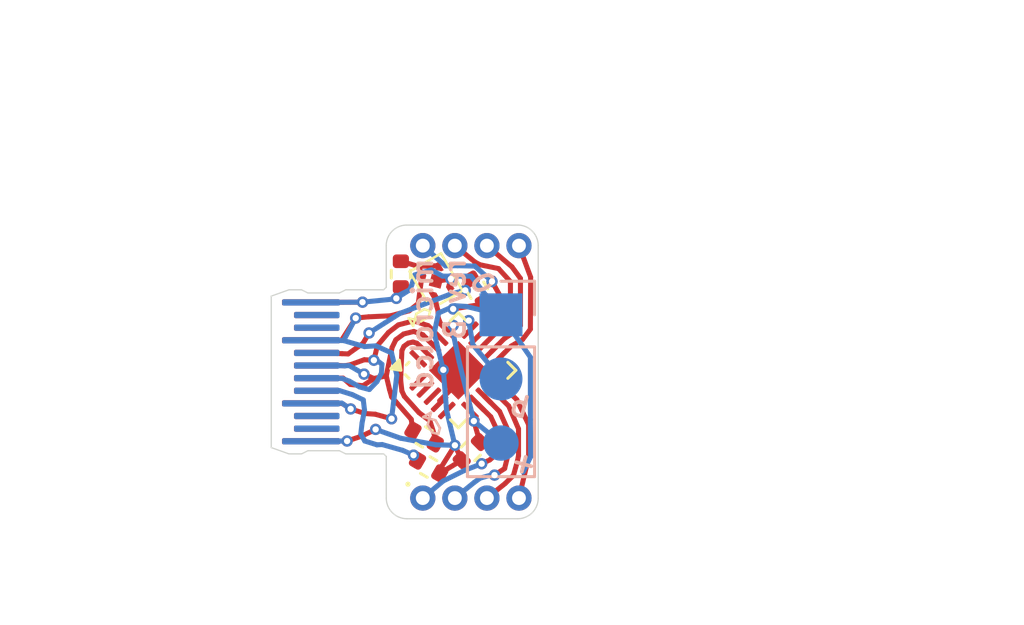
<source format=kicad_pcb>
(kicad_pcb (version 20240108) (generator "pcbnew") (generator_version "8.0")
  (layers (0 "F.Cu" mixed) (31 "B.Cu" mixed) (34 "B.Paste" user) (35 "F.Paste" user) (36 "B.SilkS" user "B.Silkscreen") (37 "F.SilkS" user "F.Silkscreen") (38 "B.Mask" user) (39 "F.Mask" user) (44 "Edge.Cuts" user))
  (net 0 "")
  (net 1 "GND")
  (net 2 "VDD")
  (net 3 "+5V")
  (net 4 "Net-(J1-CC1)")
  (net 5 "D+")
  (net 6 "D-")
  (net 7 "SBU1")
  (net 8 "Net-(J1-CC2)")
  (net 9 "SWIO")
  (net 10 "DPU")
  (net 12 "Net-(J3-Pin_1)")
  (net 13 "Net-(J3-Pin_2)")
  (net 14 "Net-(J3-Pin_3)")
  (net 15 "Net-(J3-Pin_4)")
  (net 16 "COM1")
  (net 17 "COM2")
  (net 18 "COM3")
  (net 19 "COM4")
  (net 24 "SBU2")
  (footprint "Package_DFN_QFN:QFN-20-1EP_3x3mm_P0.4mm_EP1.65x1.65mm" (layer "F.Cu") (at 125.107538 84.18901 45)
    (property "Reference" "U1" (hide yes))
    (property "Value" "CH32V003F4U6" (hide yes))
    (fp_line (start -1.16 -1.61) (end -1.31 -1.61) (stroke (width 0.12)) (layer "F.SilkS"))
    (fp_line (start -1.61 -1.16) (end -1.61 -1.37) (stroke (width 0.12)) (layer "F.SilkS"))
    (fp_line (start 1.16 -1.61) (end 1.61 -1.61) (stroke (width 0.12)) (layer "F.SilkS"))
    (fp_line (start 1.61 -1.61) (end 1.61 -1.16) (stroke (width 0.12)) (layer "F.SilkS"))
    (fp_line (start -1.61 1.61) (end -1.61 1.16) (stroke (width 0.12)) (layer "F.SilkS"))
    (fp_line (start -1.16 1.61) (end -1.61 1.61) (stroke (width 0.12)) (layer "F.SilkS"))
    (fp_line (start 1.16 1.61) (end 1.61 1.61) (stroke (width 0.12)) (layer "F.SilkS"))
    (fp_line (start 1.61 1.61) (end 1.61 1.16) (stroke (width 0.12)) (layer "F.SilkS"))
    (fp_poly (pts (xy -1.61 -1.61) (xy -1.85 -1.94) (xy -1.37 -1.94) (xy -1.61 -1.61)) (stroke (width 0.12)) (fill solid) (layer "F.SilkS"))
    (pad "1" smd roundrect (at -1.45 -0.8 45) (size 0.85 0.2) (layers "F.Cu" "F.Paste" "F.Mask"))
    (pad "2" smd roundrect (at -1.45 -0.4 45) (size 0.85 0.2) (layers "F.Cu" "F.Paste" "F.Mask"))
    (pad "3" smd roundrect (at -1.45 0 45) (size 0.85 0.2) (layers "F.Cu" "F.Paste" "F.Mask"))
    (pad "4" smd roundrect (at -1.45 0.4 45) (size 0.85 0.2) (layers "F.Cu" "F.Paste" "F.Mask") (net 1 "GND"))
    (pad "5" smd roundrect (at -1.45 0.8 45) (size 0.85 0.2) (layers "F.Cu" "F.Paste" "F.Mask"))
    (pad "6" smd roundrect (at -0.8 1.45 45) (size 0.2 0.85) (layers "F.Cu" "F.Paste" "F.Mask") (net 2 "VDD"))
    (pad "7" smd roundrect (at -0.4 1.45 45) (size 0.2 0.85) (layers "F.Cu" "F.Paste" "F.Mask") (net 12 "Net-(J3-Pin_1)"))
    (pad "8" smd roundrect (at 0 1.45 45) (size 0.2 0.85) (layers "F.Cu" "F.Paste" "F.Mask") (net 13 "Net-(J3-Pin_2)"))
    (pad "9" smd roundrect (at 0.4 1.45 45) (size 0.2 0.85) (layers "F.Cu" "F.Paste" "F.Mask") (net 14 "Net-(J3-Pin_3)"))
    (pad "10" smd roundrect (at 0.8 1.45 45) (size 0.2 0.85) (layers "F.Cu" "F.Paste" "F.Mask") (net 15 "Net-(J3-Pin_4)"))
    (pad "11" smd roundrect (at 1.45 0.8 45) (size 0.85 0.2) (layers "F.Cu" "F.Paste" "F.Mask") (net 16 "COM1"))
    (pad "12" smd roundrect (at 1.45 0.4 45) (size 0.85 0.2) (layers "F.Cu" "F.Paste" "F.Mask") (net 17 "COM2"))
    (pad "13" smd roundrect (at 1.45 0 45) (size 0.85 0.2) (layers "F.Cu" "F.Paste" "F.Mask") (net 18 "COM3"))
    (pad "14" smd roundrect (at 1.45 -0.4 45) (size 0.85 0.2) (layers "F.Cu" "F.Paste" "F.Mask") (net 19 "COM4"))
    (pad "15" smd roundrect (at 1.45 -0.8 45) (size 0.85 0.2) (layers "F.Cu" "F.Paste" "F.Mask") (net 9 "SWIO"))
    (pad "16" smd roundrect (at 0.8 -1.45 45) (size 0.2 0.85) (layers "F.Cu" "F.Paste" "F.Mask") (net 2 "VDD"))
    (pad "17" smd roundrect (at 0.4 -1.45 45) (size 0.2 0.85) (layers "F.Cu" "F.Paste" "F.Mask") (net 5 "D+"))
    (pad "18" smd roundrect (at 0 -1.45 45) (size 0.2 0.85) (layers "F.Cu" "F.Paste" "F.Mask") (net 6 "D-"))
    (pad "19" smd roundrect (at -0.4 -1.45 45) (size 0.2 0.85) (layers "F.Cu" "F.Paste" "F.Mask") (net 10 "DPU"))
    (pad "20" smd roundrect (at -0.8 -1.45 45) (size 0.2 0.85) (layers "F.Cu" "F.Paste" "F.Mask"))
    (pad "21" smd rect (at 0 0 45) (size 1.65 1.65) (property pad_prop_heatsink) (layers "F.Cu" "F.Mask") (net 1 "GND"))
  )
  (footprint "Resistor_SMD:R_0402_1005Metric" (layer "F.Cu") (at 125.86 81.02 -60)
    (property "Reference" "R2" (hide yes))
    (property "Value" "5.1k")
    (fp_line (start -0.153641 0.38) (end 0.153641 0.38) (stroke (width 0.12)) (layer "F.SilkS"))
    (fp_line (start -0.153641 -0.38) (end 0.153641 -0.38) (stroke (width 0.12)) (layer "F.SilkS"))
    (pad "1" smd roundrect (at -0.509999 0 300) (size 0.54 0.64) (layers "F.Cu" "F.Paste" "F.Mask") (net 4 "Net-(J1-CC1)"))
    (pad "2" smd roundrect (at 0.509999 0 300) (size 0.54 0.64) (layers "F.Cu" "F.Paste" "F.Mask") (net 1 "GND"))
  )
  (footprint "Resistor_SMD:R_0402_1005Metric" (layer "F.Cu") (at 123.75 86.83 150)
    (property "Reference" "R3" (hide yes))
    (property "Value" "1.5k")
    (fp_line (start -0.153641 -0.38) (end 0.153641 -0.38) (stroke (width 0.12)) (layer "F.SilkS"))
    (fp_line (start -0.153641 0.38) (end 0.153641 0.38) (stroke (width 0.12)) (layer "F.SilkS"))
    (pad "1" smd roundrect (at -0.51 0 150) (size 0.54 0.64) (layers "F.Cu" "F.Paste" "F.Mask") (net 10 "DPU"))
    (pad "2" smd roundrect (at 0.51 0 150) (size 0.54 0.64) (layers "F.Cu" "F.Paste" "F.Mask") (net 6 "D-"))
  )
  (footprint "Resistor_SMD:R_0402_1005Metric" (layer "F.Cu") (at 125.6 87.39 45)
    (property "Reference" "C2" (hide yes))
    (property "Value" "1u")
    (fp_line (start -0.153641 -0.38) (end 0.153641 -0.38) (stroke (width 0.12)) (layer "F.SilkS"))
    (fp_line (start -0.153641 0.38) (end 0.153641 0.38) (stroke (width 0.12)) (layer "F.SilkS"))
    (pad "1" smd roundrect (at -0.509999 0 45) (size 0.54 0.64) (layers "F.Cu" "F.Paste" "F.Mask") (net 1 "GND"))
    (pad "2" smd roundrect (at 0.509999 0 45) (size 0.54 0.64) (layers "F.Cu" "F.Paste" "F.Mask") (net 2 "VDD"))
  )
  (footprint "Resistor_SMD:R_0402_1005Metric" (layer "F.Cu") (at 123.93 88.02 -30)
    (property "Reference" "R1" (hide yes))
    (property "Value" "5.1k")
    (fp_line (start -0.153641 0.38) (end 0.153641 0.38) (stroke (width 0.12)) (layer "F.SilkS"))
    (fp_line (start -0.153641 -0.38) (end 0.153641 -0.38) (stroke (width 0.12)) (layer "F.SilkS"))
    (pad "1" smd roundrect (at -0.51 0 330) (size 0.54 0.64) (layers "F.Cu" "F.Paste" "F.Mask") (net 8 "Net-(J1-CC2)"))
    (pad "2" smd roundrect (at 0.51 0 330) (size 0.54 0.64) (layers "F.Cu" "F.Paste" "F.Mask") (net 1 "GND"))
  )
  (footprint "Resistor_SMD:R_0402_1005Metric" (layer "F.Cu") (at 122.83 80.38 90)
    (property "Reference" "C3" (hide yes))
    (property "Value" "4.7u")
    (fp_line (start -0.153641 -0.38) (end 0.153641 -0.38) (stroke (width 0.12)) (layer "F.SilkS"))
    (fp_line (start -0.153641 0.38) (end 0.153641 0.38) (stroke (width 0.12)) (layer "F.SilkS"))
    (pad "1" smd roundrect (at -0.51 0 90) (size 0.54 0.64) (layers "F.Cu" "F.Paste" "F.Mask") (net 1 "GND"))
    (pad "2" smd roundrect (at 0.51 0 90) (size 0.54 0.64) (layers "F.Cu" "F.Paste" "F.Mask") (net 3 "+5V"))
  )
  (footprint "cnhardware:TINY_LCD_2_DIGIT" (layer "F.Cu") (at 125.603 84.25)
    (property "Reference" "J3" (hide yes))
    (property "Value" "LCD")
    (pad "1" thru_hole circle (at -1.905 5) (size 1 1) (drill 0.55) (layers "*.Cu" "*.Mask") (net 12 "Net-(J3-Pin_1)"))
    (pad "2" thru_hole circle (at -0.635 5) (size 1 1) (drill 0.55) (layers "*.Cu" "*.Mask") (net 13 "Net-(J3-Pin_2)"))
    (pad "3" thru_hole circle (at 0.635 5) (size 1 1) (drill 0.55) (layers "*.Cu" "*.Mask") (net 14 "Net-(J3-Pin_3)"))
    (pad "4" thru_hole circle (at 1.905 5) (size 1 1) (drill 0.55) (layers "*.Cu" "*.Mask") (net 15 "Net-(J3-Pin_4)"))
    (pad "5" thru_hole circle (at 1.905 -5) (size 1 1) (drill 0.55) (layers "*.Cu" "*.Mask") (net 16 "COM1"))
    (pad "6" thru_hole circle (at 0.635 -5) (size 1 1) (drill 0.55) (layers "*.Cu" "*.Mask") (net 17 "COM2"))
    (pad "7" thru_hole circle (at -0.635 -5) (size 1 1) (drill 0.55) (layers "*.Cu" "*.Mask") (net 18 "COM3"))
    (pad "8" thru_hole circle (at -1.905 -5) (size 1 1) (drill 0.55) (layers "*.Cu" "*.Mask") (net 19 "COM4"))
  )
  (footprint "cnhardware:xdfn-reg" (layer "F.Cu") (at 124.228109 80.663327 30)
    (property "Reference" "U3" (hide yes))
    (property "Value" "3.3vReg")
    (fp_line (start -0.720001 -0.86) (end -0.72 0.48) (stroke (width 0.1)) (layer "F.SilkS"))
    (fp_line (start 0.72 -0.859999) (end -0.720001 -0.86) (stroke (width 0.1)) (layer "F.SilkS"))
    (fp_line (start 0.72 0.850001) (end -0.31 0.85) (stroke (width 0.1)) (layer "F.SilkS"))
    (fp_line (start 0.72 0.850001) (end 0.72 -0.859999) (stroke (width 0.1)) (layer "F.SilkS"))
    (pad "1" smd custom (at -0.35 0.51 30) (size 0.26 0.23) (layers "F.Cu" "F.Paste" "F.Mask") (net 2 "VDD") (options (clearance outline) (anchor rect)) (primitives (gr_poly (pts (xy 0.13 -0.115) (xy -0.13 -0.115) (xy -0.13 -0.275) (xy -0.03 -0.275)) (width 0) (fill yes))))
    (pad "2" smd custom (at 0.35 0.51 30) (size 0.26 0.23) (layers "F.Cu" "F.Paste" "F.Mask") (net 1 "GND") (options (clearance outline) (anchor rect)) (primitives (gr_poly (pts (xy 0.13 -0.115) (xy -0.13 -0.115) (xy 0.03 -0.275) (xy 0.13 -0.275)) (width 0) (fill yes))))
    (pad "3" smd custom (at 0.35 -0.51 210) (size 0.26 0.23) (layers "F.Cu" "F.Paste" "F.Mask") (net 3 "+5V") (options (clearance outline) (anchor rect)) (primitives (gr_poly (pts (xy 0.13 -0.115) (xy -0.13 -0.115) (xy -0.13 -0.275) (xy -0.03 -0.275)) (width 0) (fill yes))))
    (pad "4" smd custom (at -0.35 -0.51 210) (size 0.26 0.23) (layers "F.Cu" "F.Paste" "F.Mask") (net 3 "+5V") (options (clearance outline) (anchor rect)) (primitives (gr_poly (pts (xy 0.13 -0.115) (xy -0.13 -0.115) (xy 0.03 -0.275) (xy 0.13 -0.275)) (width 0) (fill yes))))
    (pad "5" smd rect (at 0 0 255) (size 0.48 0.48) (layers "F.Cu" "F.Paste" "F.Mask") (net 1 "GND"))
  )
  (footprint "cnhardware:USB_C_PADDLE" (layer "F.Cu") (at 120.145 84.25 90)
    (property "Reference" "J1" (hide yes))
    (property "Value" "USB_C_Receptacle_USB2.0")
    (fp_line (start 3 -2.45) (end -3 -2.45) (stroke (width 0.05)) (layer "Edge.Cuts"))
    (fp_line (start 3 -2.45) (end 3.25 -1.75) (stroke (width 0.05)) (layer "Edge.Cuts"))
    (fp_line (start -3 -2.45) (end -3.25 -1.75) (stroke (width 0.05)) (layer "Edge.Cuts"))
    (fp_line (start 3.25 -1.75) (end 3.25 -1.25) (stroke (width 0.05)) (layer "Edge.Cuts"))
    (fp_line (start -3.25 -1.75) (end -3.25 -1.25) (stroke (width 0.05)) (layer "Edge.Cuts"))
    (fp_line (start 3.25 -1.25) (end 3.125 -1) (stroke (width 0.05)) (layer "Edge.Cuts"))
    (fp_line (start -3.25 -1.25) (end -3.125 -1) (stroke (width 0.05)) (layer "Edge.Cuts"))
    (fp_line (start 3.125 -1) (end 3.125 0.25) (stroke (width 0.05)) (layer "Edge.Cuts"))
    (fp_line (start -3.125 -1) (end -3.125 0.25) (stroke (width 0.05)) (layer "Edge.Cuts"))
    (fp_line (start 3.25 0.5) (end 3.125 0.25) (stroke (width 0.05)) (layer "Edge.Cuts"))
    (fp_line (start -3.25 0.5) (end -3.125 0.25) (stroke (width 0.05)) (layer "Edge.Cuts"))
    (fp_line (start -3.25 0.5) (end -3.25 2) (stroke (width 0.05)) (layer "Edge.Cuts"))
    (fp_line (start 3.25 2) (end 3.25 0.5) (stroke (width 0.05)) (layer "Edge.Cuts"))
    (pad "A1" smd roundrect (at 2.75 -0.875 90) (size 0.25 2.3) (layers "F.Cu" "F.Paste" "F.Mask") (net 1 "GND"))
    (pad "A2" smd roundrect (at 2.25 -0.65 90) (size 0.25 1.8) (layers "F.Cu" "F.Paste" "F.Mask"))
    (pad "A3" smd roundrect (at 1.75 -0.65 90) (size 0.25 1.8) (layers "F.Cu" "F.Paste" "F.Mask"))
    (pad "A4" smd roundrect (at 1.25 -0.875 90) (size 0.25 2.3) (layers "F.Cu" "F.Paste" "F.Mask") (net 3 "+5V"))
    (pad "A5" smd roundrect (at 0.75 -0.65 90) (size 0.25 1.8) (layers "F.Cu" "F.Paste" "F.Mask") (net 4 "Net-(J1-CC1)"))
    (pad "A6" smd roundrect (at 0.25 -0.65 90) (size 0.25 1.8) (layers "F.Cu" "F.Paste" "F.Mask") (net 5 "D+"))
    (pad "A7" smd roundrect (at -0.25 -0.65 270) (size 0.25 1.8) (layers "F.Cu" "F.Paste" "F.Mask") (net 6 "D-"))
    (pad "A8" smd roundrect (at -0.75 -0.65 270) (size 0.25 1.8) (layers "F.Cu" "F.Paste" "F.Mask") (net 7 "SBU1"))
    (pad "A9" smd roundrect (at -1.25 -0.875 270) (size 0.25 2.3) (layers "F.Cu" "F.Paste" "F.Mask") (net 3 "+5V"))
    (pad "A10" smd roundrect (at -1.75 -0.65 270) (size 0.25 1.8) (layers "F.Cu" "F.Paste" "F.Mask"))
    (pad "A11" smd roundrect (at -2.25 -0.65 270) (size 0.25 1.8) (layers "F.Cu" "F.Paste" "F.Mask"))
    (pad "A12" smd roundrect (at -2.75 -0.875 270) (size 0.25 2.3) (layers "F.Cu" "F.Paste" "F.Mask") (net 1 "GND"))
    (pad "B1" smd roundrect (at -2.75 -0.87 90) (size 0.25 2.3) (layers "B.Cu" "B.Paste" "B.Mask") (net 1 "GND"))
    (pad "B2" smd roundrect (at -2.25 -0.645 90) (size 0.25 1.8) (layers "B.Cu" "B.Paste" "B.Mask"))
    (pad "B3" smd roundrect (at -1.75 -0.645 90) (size 0.25 1.8) (layers "B.Cu" "B.Paste" "B.Mask"))
    (pad "B4" smd roundrect (at -1.25 -0.87 90) (size 0.25 2.3) (layers "B.Cu" "B.Paste" "B.Mask") (net 3 "+5V"))
    (pad "B5" smd roundrect (at -0.75 -0.645 90) (size 0.25 1.8) (layers "B.Cu" "B.Paste" "B.Mask") (net 8 "Net-(J1-CC2)"))
    (pad "B6" smd roundrect (at -0.25 -0.645 90) (size 0.25 1.8) (layers "B.Cu" "B.Paste" "B.Mask") (net 5 "D+"))
    (pad "B7" smd roundrect (at 0.25 -0.645 270) (size 0.25 1.8) (layers "B.Cu" "B.Paste" "B.Mask") (net 6 "D-"))
    (pad "B8" smd roundrect (at 0.75 -0.645 270) (size 0.25 1.8) (layers "B.Cu" "B.Paste" "B.Mask") (net 24 "SBU2"))
    (pad "B9" smd roundrect (at 1.25 -0.87 270) (size 0.25 2.3) (layers "B.Cu" "B.Paste" "B.Mask") (net 3 "+5V"))
    (pad "B10" smd roundrect (at 1.75 -0.645 270) (size 0.25 1.8) (layers "B.Cu" "B.Paste" "B.Mask"))
    (pad "B11" smd roundrect (at 2.25 -0.645 270) (size 0.25 1.8) (layers "B.Cu" "B.Paste" "B.Mask"))
    (pad "B12" smd roundrect (at 2.75 -0.87 270) (size 0.25 2.3) (layers "B.Cu" "B.Paste" "B.Mask") (net 1 "GND"))
  )
  (footprint "Connector_PinHeader_2.54mm:PinHeader_1x03_P2.54mm_Vertical" (layer "B.Cu") (at 126.7968 81.9912 180)
    (property "Reference" "J2" (hide yes))
    (property "Value" "PGM")
    (fp_line (start 1.33 -1.27) (end 1.33 -6.41) (stroke (width 0.12)) (layer "B.SilkS"))
    (fp_line (start -1.33 1.33) (end 0 1.33) (stroke (width 0.12)) (layer "B.SilkS"))
    (fp_line (start -1.33 0) (end -1.33 1.33) (stroke (width 0.12)) (layer "B.SilkS"))
    (fp_line (start -1.33 -1.27) (end 1.33 -1.27) (stroke (width 0.12)) (layer "B.SilkS"))
    (fp_line (start -1.33 -1.27) (end -1.33 -6.41) (stroke (width 0.12)) (layer "B.SilkS"))
    (fp_line (start -1.33 -6.41) (end 1.33 -6.41) (stroke (width 0.12)) (layer "B.SilkS"))
    (pad "1" smd rect (at 0 0 180) (size 1.7 1.7) (layers "B.Cu" "B.Paste" "B.Mask") (net 1 "GND"))
    (pad "2" smd oval (at 0 -2.54 180) (size 1.7 1.7) (layers "B.Cu" "B.Paste" "B.Mask") (net 9 "SWIO"))
    (pad "3" smd oval (at 0 -5.08 180) (size 1.4 1.4) (layers "B.Cu" "B.Paste" "B.Mask") (net 2 "VDD"))
  )
  (gr_line (start 124.376646 86.473983) (end 124.311941 86.715464) (stroke (width 0.1)) (layer "B.SilkS"))
  (gr_line (start 124.07046 86.65076) (end 123.893683 86.344572) (stroke (width 0.1)) (layer "B.SilkS"))
  (gr_line (start 124.311941 86.715464) (end 124.07046 86.65076) (stroke (width 0.1)) (layer "B.SilkS"))
  (gr_line (start 124.023093 85.861612) (end 123.716907 86.038388) (stroke (width 0.1)) (layer "B.SilkS"))
  (gr_line (start 123.893683 86.344572) (end 124.023093 85.861612) (stroke (width 0.1)) (layer "B.SilkS"))
  (gr_line (start 123.716907 86.038388) (end 124.199867 86.167797) (stroke (width 0.1)) (layer "B.SilkS"))
  (gr_line (start 124.199867 86.167797) (end 124.376646 86.473983) (stroke (width 0.1)) (layer "B.SilkS"))
  (gr_circle (center 123.11 88.7) (end 123.16 88.69) (stroke (width 0.1)) (fill none) (layer "F.SilkS"))
  (gr_line (start 123.62148 82.254704) (end 123.13852 82.125296) (stroke (width 0.1)) (layer "F.SilkS"))
  (gr_line (start 123.927668 82.077928) (end 123.62148 82.254704) (stroke (width 0.1)) (layer "F.SilkS"))
  (gr_line (start 123.750891 81.771742) (end 123.992372 81.836447) (stroke (width 0.1)) (layer "F.SilkS"))
  (gr_line (start 123.992372 81.836447) (end 123.927668 82.077928) (stroke (width 0.1)) (layer "F.SilkS"))
  (gr_line (start 123.444704 81.94852) (end 123.750891 81.771742) (stroke (width 0.1)) (layer "F.SilkS"))
  (gr_line (start 123.315296 82.43148) (end 123.444704 81.94852) (stroke (width 0.1)) (layer "F.SilkS"))
  (gr_line (start 123.13852 82.125296) (end 123.315296 82.43148) (stroke (width 0.1)) (layer "F.SilkS"))
  (gr_line (start 122.145 87.5) (end 122.25 87.6) (stroke (width 0.05)) (layer "Edge.Cuts"))
  (gr_arc (start 127.4572 78.4352) (mid 128.031936 78.673264) (end 128.27 79.248) (stroke (width 0.05)) (layer "Edge.Cuts"))
  (gr_line (start 122.25 80.9) (end 122.25 79.248) (stroke (width 0.05)) (layer "Edge.Cuts"))
  (gr_line (start 122.25 87.6) (end 122.2516 89.25) (stroke (width 0.05)) (layer "Edge.Cuts"))
  (gr_arc (start 123.07 90.0684) (mid 122.491304 89.828696) (end 122.2516 89.25) (stroke (width 0.05)) (layer "Edge.Cuts"))
  (gr_arc (start 122.25 79.248) (mid 122.488064 78.673264) (end 123.0628 78.4352) (stroke (width 0.05)) (layer "Edge.Cuts"))
  (gr_line (start 122.145 81) (end 122.25 80.9) (stroke (width 0.05)) (layer "Edge.Cuts"))
  (gr_arc (start 128.27 89.2556) (mid 128.031936 89.830336) (end 127.4572 90.0684) (stroke (width 0.05)) (layer "Edge.Cuts"))
  (gr_line (start 123.07 90.0684) (end 127.4572 90.0684) (stroke (width 0.05)) (layer "Edge.Cuts"))
  (gr_line (start 128.27 79.248) (end 128.27 89.2556) (stroke (width 0.05)) (layer "Edge.Cuts"))
  (gr_line (start 127.4572 78.4352) (end 123.0628 78.4352) (stroke (width 0.05)) (layer "Edge.Cuts"))
  (gr_text "microlcd\nrev B" (at 125.44 79.67 90) (layer "B.SilkS") (effects (font (size 0.8 0.8)) (justify left bottom mirror)))
  (gr_text "0" (at 125.42 80.55 300) (layer "B.SilkS") (effects (font (size 0.8 0.8)) (justify left bottom)))
  (gr_text "p" (at 128.06 85.47 165) (layer "B.SilkS") (effects (font (size 0.8 0.8)) (justify left bottom)))
  (gr_text "+" (at 127.94 88.59 75) (layer "B.SilkS") (effects (font (size 0.8 0.8)) (justify left bottom)))
  (segment (start 120.7 86.99) (end 121.27 86.8) (width 0.2) (layer "F.Cu") (net 1))
  (segment (start 122.83 80.89) (end 122.65 81.34) (width 0.2) (layer "F.Cu") (net 1))
  (segment (start 125.239376 87.750624) (end 124.97 87.16) (width 0.2) (layer "F.Cu") (net 1))
  (segment (start 124.228109 80.663327) (end 124.81 80.57) (width 0.2) (layer "F.Cu") (net 1))
  (segment (start 124.97 87.16) (end 124.4 88.07) (width 0.2) (layer "F.Cu") (net 1))
  (segment (start 119.27 87) (end 120.7 86.99) (width 0.2) (layer "F.Cu") (net 1))
  (segment (start 119.27 81.5) (end 121.31 81.49) (width 0.2) (layer "F.Cu") (net 1))
  (segment (start 121.27 86.8) (end 121.83 86.53) (width 0.2) (layer "F.Cu") (net 1))
  (segment (start 124.371673 88.275) (end 125.239376 87.750624) (width 0.2) (layer "F.Cu") (net 1))
  (segment (start 126.110624 81.560624) (end 124.9 81.76) (width 0.2) (layer "F.Cu") (net 1))
  (segment (start 124.365076 85.395686) (end 125.01 84.74939) (width 0.2) (layer "F.Cu") (net 1))
  (via (at 120.7 86.99) (size 0.45) (drill 0.25) (layers "F.Cu" "B.Cu") (net 1))
  (via (at 124.51 84.17) (size 0.45) (drill 0.25) (layers "F.Cu" "B.Cu") (net 1))
  (via (at 121.31 81.49) (size 0.45) (drill 0.25) (layers "F.Cu" "B.Cu") (net 1))
  (via (at 121.83 86.53) (size 0.45) (drill 0.25) (layers "F.Cu" "B.Cu") (net 1))
  (via (at 122.65 81.34) (size 0.45) (drill 0.25) (layers "F.Cu" "B.Cu") (net 1))
  (via (at 124.97 87.16) (size 0.45) (drill 0.25) (layers "F.Cu" "B.Cu") (net 1))
  (via (at 124.81 80.57) (size 0.45) (drill 0.25) (layers "F.Cu" "B.Cu") (net 1))
  (via (at 124.9 81.76) (size 0.45) (drill 0.25) (layers "F.Cu" "B.Cu") (net 1))
  (segment (start 122.42 81.38) (end 123.18 81) (width 0.2) (layer "B.Cu") (net 1))
  (segment (start 127.96 86.14) (end 127.96 83.67) (width 0.2) (layer "B.Cu") (net 1))
  (segment (start 127.97 87.61) (end 127.96 86.14) (width 0.2) (layer "B.Cu") (net 1))
  (segment (start 127.96 83.67) (end 126.7968 81.9912) (width 0.2) (layer "B.Cu") (net 1))
  (segment (start 123.38 80.41) (end 124.04 80.21) (width 0.2) (layer "B.Cu") (net 1))
  (segment (start 124.32 81.92) (end 124.97 81.63) (width 0.2) (layer "B.Cu") (net 1))
  (segment (start 123.18 81) (end 122.65 81.34) (width 0.2) (layer "B.Cu") (net 1))
  (segment (start 124.22 87.14) (end 122.82 86.88) (width 0.2) (layer "B.Cu") (net 1))
  (segment (start 119.275 81.5) (end 121.31 81.49) (width 0.2) (layer "B.Cu") (net 1))
  (segment (start 124.97 81.63) (end 125.42 81.66) (width 0.2) (layer "B.Cu") (net 1))
  (segment (start 124.97 87.16) (end 124.22 87.14) (width 0.2) (layer "B.Cu") (net 1))
  (segment (start 124.48 80.46) (end 125.61 80.46) (width 0.2) (layer "B.Cu") (net 1))
  (segment (start 124.04 80.21) (end 124.48 80.46) (width 0.2) (layer "B.Cu") (net 1))
  (segment (start 125.42 81.66) (end 126.7968 81.9912) (width 0.2) (layer "B.Cu") (net 1))
  (segment (start 125.61 80.46) (end 126.7968 81.9912) (width 0.2) (layer "B.Cu") (net 1))
  (segment (start 123.26 80.81) (end 123.38 80.41) (width 0.2) (layer "B.Cu") (net 1))
  (segment (start 124.51 84.17) (end 124.64 85.77) (width 0.2) (layer "B.Cu") (net 1))
  (segment (start 122.82 86.88) (end 121.83 86.53) (width 0.2) (layer "B.Cu") (net 1))
  (segment (start 123.18 81) (end 123.26 80.81) (width 0.2) (layer "B.Cu") (net 1))
  (segment (start 124.51 84.17) (end 124.15 82.72) (width 0.2) (layer "B.Cu") (net 1))
  (segment (start 121.31 81.49) (end 122.42 81.38) (width 0.2) (layer "B.Cu") (net 1))
  (segment (start 127.67 88.22) (end 127.97 87.61) (width 0.2) (layer "B.Cu") (net 1))
  (segment (start 124.64 85.77) (end 124.97 87.16) (width 0.2) (layer "B.Cu") (net 1))
  (segment (start 119.275 87) (end 120.7 86.99) (width 0.2) (layer "B.Cu") (net 1))
  (segment (start 124.15 82.72) (end 124.32 81.92) (width 0.2) (layer "B.Cu") (net 1))
  (segment (start 124.31 82.11) (end 124.41 82.36) (width 0.2) (layer "F.Cu") (net 2))
  (segment (start 124.25 81.65) (end 124.3 81.82) (width 0.2) (layer "F.Cu") (net 2))
  (segment (start 125.72 86.2) (end 125.85 86.15) (width 0.2) (layer "F.Cu") (net 2))
  (segment (start 124.18 81.28) (end 124.25 81.65) (width 0.2) (layer "F.Cu") (net 2))
  (segment (start 125.85 86.15) (end 125.567157 85.78) (width 0.2) (layer "F.Cu") (net 2))
  (segment (start 124.3 81.82) (end 124.31 82.11) (width 0.2) (layer "F.Cu") (net 2))
  (segment (start 124.41 82.36) (end 124.647919 82.59802) (width 0.2) (layer "F.Cu") (net 2))
  (segment (start 125.72 86.2) (end 125.960624 87.029376) (width 0.2) (layer "F.Cu") (net 2))
  (via (at 124.9 82.41) (size 0.45) (drill 0.25) (layers "F.Cu" "B.Cu") (net 2))
  (via (at 125.72 86.2) (size 0.45) (drill 0.25) (layers "F.Cu" "B.Cu") (net 2))
  (segment (start 125.72 86.2) (end 126.7968 87.0712) (width 0.2) (layer "B.Cu") (net 2))
  (segment (start 125.14 83.86) (end 125.72 86.2) (width 0.2) (layer "B.Cu") (net 2))
  (segment (start 124.88 82.63) (end 125.14 83.86) (width 0.2) (layer "B.Cu") (net 2))
  (segment (start 124.9 82.41) (end 124.88 82.63) (width 0.2) (layer "B.Cu") (net 2))
  (segment (start 121.55 82.07) (end 121.04 82.12) (width 0.2) (layer "F.Cu") (net 3))
  (segment (start 120.48 83) (end 119.27 83) (width 0.2) (layer "F.Cu") (net 3))
  (segment (start 123.52 80.07) (end 123.67 80.396654) (width 0.2) (layer "F.Cu") (net 3))
  (segment (start 120.84 85.72) (end 120.5 85.5) (width 0.2) (layer "F.Cu") (net 3))
  (segment (start 123.52 80.07) (end 122.83 79.87) (width 0.2) (layer "F.Cu") (net 3))
  (segment (start 124.276218 80.046654) (end 123.52 80.07) (width 0.2) (layer "F.Cu") (net 3))
  (segment (start 121.04 82.12) (end 120.48 83) (width 0.2) (layer "F.Cu") (net 3))
  (segment (start 122.42 82.03) (end 121.55 82.07) (width 0.2) (layer "F.Cu") (net 3))
  (segment (start 123.16 81.83) (end 122.42 82.03) (width 0.2) (layer "F.Cu") (net 3))
  (segment (start 123.52 81.54) (end 123.16 81.83) (width 0.2) (layer "F.Cu") (net 3))
  (segment (start 122.46 86.11) (end 121.82 85.93) (width 0.2) (layer "F.Cu") (net 3))
  (segment (start 121.41 85.9) (end 120.84 85.72) (width 0.2) (layer "F.Cu") (net 3))
  (segment (start 120.5 85.5) (end 119.27 85.5) (width 0.2) (layer "F.Cu") (net 3))
  (segment (start 123.67 80.396654) (end 123.52 81.54) (width 0.2) (layer "F.Cu") (net 3))
  (segment (start 121.82 85.93) (end 121.41 85.9) (width 0.2) (layer "F.Cu") (net 3))
  (via (at 122.46 86.11) (size 0.45) (drill 0.25) (layers "F.Cu" "B.Cu") (net 3))
  (via (at 121.04 82.12) (size 0.45) (drill 0.25) (layers "F.Cu" "B.Cu") (net 3))
  (via (at 120.84 85.72) (size 0.45) (drill 0.25) (layers "F.Cu" "B.Cu") (net 3))
  (segment (start 119.275 85.5) (end 118.27 85.5) (width 0.2) (layer "B.Cu") (net 3))
  (segment (start 122.46 83.5) (end 122.67 84.38) (width 0.2) (layer "B.Cu") (net 3))
  (segment (start 120.559286 83.01055) (end 119.275 83) (width 0.2) (layer "B.Cu") (net 3))
  (segment (start 121.84 83.22) (end 122.46 83.5) (width 0.2) (layer "B.Cu") (net 3))
  (segment (start 121.39 83.25) (end 121.84 83.22) (width 0.2) (layer "B.Cu") (net 3))
  (segment (start 120.49 85.49) (end 119.275 85.5) (width 0.2) (layer "B.Cu") (net 3))
  (segment (start 120.84 85.72) (end 120.49 85.49) (width 0.2) (layer "B.Cu") (net 3))
  (segment (start 121.04 82.12) (end 120.559286 83.01055) (width 0.2) (layer "B.Cu") (net 3))
  (segment (start 122.67 84.38) (end 122.46 86.11) (width 0.2) (layer "B.Cu") (net 3))
  (segment (start 118.27 83) (end 119.275 83) (width 0.2) (layer "B.Cu") (net 3))
  (segment (start 120.559286 83.01055) (end 121.39 83.25) (width 0.2) (layer "B.Cu") (net 3))
  (segment (start 120.74 83.54) (end 120.5 83.53) (width 0.2) (layer "F.Cu") (net 4))
  (segment (start 121.57 82.71) (end 121.33 83.12) (width 0.2) (layer "F.Cu") (net 4))
  (segment (start 121.33 83.12) (end 120.74 83.54) (width 0.2) (layer "F.Cu") (net 4))
  (segment (start 120.5 83.53) (end 119.495 83.5) (width 0.2) (layer "F.Cu") (net 4))
  (segment (start 125.389376 80.839376) (end 125.38 81.02) (width 0.2) (layer "F.Cu") (net 4))
  (via (at 121.57 82.71) (size 0.45) (drill 0.25) (layers "F.Cu" "B.Cu") (net 4))
  (via (at 125.38 81.02) (size 0.45) (drill 0.25) (layers "F.Cu" "B.Cu") (net 4))
  (segment (start 122.78 81.94) (end 124.77 81.18) (width 0.2) (layer "B.Cu") (net 4))
  (segment (start 121.57 82.71) (end 122.78 81.94) (width 0.2) (layer "B.Cu") (net 4))
  (segment (start 124.77 81.18) (end 125.38 81.02) (width 0.2) (layer "B.Cu") (net 4))
  (segment (start 121.38 83.77) (end 120.83 83.97) (width 0.2) (layer "F.Cu") (net 5))
  (segment (start 120.83 83.97) (end 120.6 84.01) (width 0.2) (layer "F.Cu") (net 5))
  (segment (start 122.73 82.39) (end 122.34 82.69) (width 0.2) (layer "F.Cu") (net 5))
  (segment (start 120.26 83.99) (end 119.495 84) (width 0.2) (layer "F.Cu") (net 5))
  (segment (start 122.34 82.69) (end 121.9 83.21) (width 0.2) (layer "F.Cu") (net 5))
  (segment (start 124.365076 82.880862) (end 124.035642 82.544357) (width 0.2) (layer "F.Cu") (net 5))
  (segment (start 123.34 82.23) (end 122.73 82.39) (width 0.2) (layer "F.Cu") (net 5))
  (segment (start 121.76 83.79) (end 121.38 83.77) (width 0.2) (layer "F.Cu") (net 5))
  (segment (start 120.6 84.01) (end 120.26 83.99) (width 0.2) (layer "F.Cu") (net 5))
  (segment (start 121.9 83.21) (end 121.76 83.79) (width 0.2) (layer "F.Cu") (net 5))
  (segment (start 123.91 82.42) (end 123.34 82.23) (width 0.2) (layer "F.Cu") (net 5))
  (segment (start 124.035642 82.544357) (end 123.91 82.42) (width 0.2) (layer "F.Cu") (net 5))
  (via (at 121.76 83.79) (size 0.45) (drill 0.25) (layers "F.Cu" "B.Cu") (net 5))
  (segment (start 121.76 83.7) (end 122.08 83.95) (width 0.2) (layer "B.Cu") (net 5))
  (segment (start 121.2 84.85) (end 120.79 84.62) (width 0.2) (layer "B.Cu") (net 5))
  (segment (start 121.88 84.64) (end 121.58 84.95) (width 0.2) (layer "B.Cu") (net 5))
  (segment (start 122.06 84.3) (end 121.88 84.64) (width 0.2) (layer "B.Cu") (net 5))
  (segment (start 120.5 84.51) (end 119.5 84.5) (width 0.2) (layer "B.Cu") (net 5))
  (segment (start 120.79 84.62) (end 120.5 84.51) (width 0.2) (layer "B.Cu") (net 5))
  (segment (start 121.58 84.95) (end 121.2 84.85) (width 0.2) (layer "B.Cu") (net 5))
  (segment (start 121.76 83.79) (end 121.76 83.7) (width 0.2) (layer "B.Cu") (net 5))
  (segment (start 122.08 83.95) (end 122.06 84.3) (width 0.2) (layer "B.Cu") (net 5))
  (segment (start 122.94 82.75) (end 122.63 82.98) (width 0.2) (layer "F.Cu") (net 6))
  (segment (start 122.38 84.95) (end 122.464502 85.243561) (width 0.2) (layer "F.Cu") (net 6))
  (segment (start 121.76 84.513573) (end 121.37 84.34) (width 0.2) (layer "F.Cu") (net 6))
  (segment (start 123.34 82.65) (end 122.94 82.75) (width 0.2) (layer "F.Cu") (net 6))
  (segment (start 120.54 84.5) (end 119.495 84.5) (width 0.2) (layer "F.Cu") (net 6))
  (segment (start 122.251336 84.41) (end 121.76 84.513573) (width 0.2) (layer "F.Cu") (net 6))
  (segment (start 122.464502 85.243561) (end 123.24 86.13) (width 0.2) (layer "F.Cu") (net 6))
  (segment (start 121.76 84.513573) (end 121.33 84.8) (width 0.2) (layer "F.Cu") (net 6))
  (segment (start 123.24 86.13) (end 123.308327 86.575) (width 0.2) (layer "F.Cu") (net 6))
  (segment (start 122.48 83.29) (end 122.251336 84.41) (width 0.2) (layer "F.Cu") (net 6))
  (segment (start 120.83 84.75) (end 120.54 84.5) (width 0.2) (layer "F.Cu") (net 6))
  (segment (start 122.251336 84.41) (end 122.38 84.95) (width 0.2) (layer "F.Cu") (net 6))
  (segment (start 122.63 82.98) (end 122.48 83.29) (width 0.2) (layer "F.Cu") (net 6))
  (segment (start 123.7 82.78) (end 123.34 82.65) (width 0.2) (layer "F.Cu") (net 6))
  (segment (start 124.082233 83.163705) (end 123.7 82.78) (width 0.2) (layer "F.Cu") (net 6))
  (segment (start 121.33 84.8) (end 120.83 84.75) (width 0.2) (layer "F.Cu") (net 6))
  (via (at 121.37 84.34) (size 0.45) (drill 0.25) (layers "F.Cu" "B.Cu") (net 6))
  (segment (start 121.37 84.34) (end 120.78 84) (width 0.2) (layer "B.Cu") (net 6))
  (segment (start 120.78 84) (end 120.61 84.01) (width 0.2) (layer "B.Cu") (net 6))
  (segment (start 120.61 84.01) (end 119.5 84) (width 0.2) (layer "B.Cu") (net 6))
  (segment (start 123.63 87.85) (end 123.33 87.55) (width 0.2) (layer "F.Cu") (net 8))
  (via (at 123.33 87.55) (size 0.45) (drill 0.25) (layers "F.Cu" "B.Cu") (net 8))
  (segment (start 121.4 86.99) (end 121.88 87.14) (width 0.2) (layer "B.Cu") (net 8))
  (segment (start 121.34 85.36) (end 121.39 85.77) (width 0.2) (layer "B.Cu") (net 8))
  (segment (start 122.9 87.36) (end 123.33 87.55) (width 0.2) (layer "B.Cu") (net 8))
  (segment (start 120.9 85.15) (end 121.34 85.36) (width 0.2) (layer "B.Cu") (net 8))
  (segment (start 119.5 85) (end 120.39 84.99) (width 0.2) (layer "B.Cu") (net 8))
  (segment (start 121.242475 86.717525) (end 121.4 86.99) (width 0.2) (layer "B.Cu") (net 8))
  (segment (start 122.09 87.13) (end 122.9 87.36) (width 0.2) (layer "B.Cu") (net 8))
  (segment (start 121.29 86.29) (end 121.242475 86.717525) (width 0.2) (layer "B.Cu") (net 8))
  (segment (start 121.39 85.77) (end 121.29 86.29) (width 0.2) (layer "B.Cu") (net 8))
  (segment (start 120.39 84.99) (end 120.9 85.15) (width 0.2) (layer "B.Cu") (net 8))
  (segment (start 121.88 87.14) (end 122.09 87.13) (width 0.2) (layer "B.Cu") (net 8))
  (segment (start 125.52 82.22) (end 125.567157 82.496548) (width 0.2) (layer "F.Cu") (net 9))
  (via (at 125.52 82.22) (size 0.45) (drill 0.25) (layers "F.Cu" "B.Cu") (net 9))
  (segment (start 125.59 82.65) (end 125.68 83.17) (width 0.2) (layer "B.Cu") (net 9))
  (segment (start 125.52 82.22) (end 125.59 82.65) (width 0.2) (layer "B.Cu") (net 9))
  (segment (start 125.68 83.17) (end 126.7968 84.5312) (width 0.2) (layer "B.Cu") (net 9))
  (segment (start 123.547713 85.865861) (end 122.968036 85.219227) (width 0.2) (layer "F.Cu") (net 10))
  (segment (start 122.87 85.01) (end 122.82 84.56) (width 0.2) (layer "F.Cu") (net 10))
  (segment (start 123.47 83.12) (end 123.79939 83.446548) (width 0.2) (layer "F.Cu") (net 10))
  (segment (start 122.87 83.41) (end 122.95 83.24) (width 0.2) (layer "F.Cu") (net 10))
  (segment (start 122.95 83.24) (end 123.13 83.11) (width 0.2) (layer "F.Cu") (net 10))
  (segment (start 123.13 83.11) (end 123.31 83.07) (width 0.2) (layer "F.Cu") (net 10))
  (segment (start 122.968036 85.219227) (end 122.87 85.01) (width 0.2) (layer "F.Cu") (net 10))
  (segment (start 122.82 84.56) (end 122.87 83.41) (width 0.2) (layer "F.Cu") (net 10))
  (segment (start 123.98 86.19) (end 123.547713 85.865861) (width 0.2) (layer "F.Cu") (net 10))
  (segment (start 123.31 83.07) (end 123.47 83.12) (width 0.2) (layer "F.Cu") (net 10))
  (segment (start 124.251673 87.045) (end 123.98 86.19) (width 0.2) (layer "F.Cu") (net 10))
  (segment (start 126.692075 86.678043) (end 126.695 87.34) (width 0.2) (layer "F.Cu") (net 12))
  (segment (start 126.35 87.74) (end 126.03 87.89) (width 0.2) (layer "F.Cu") (net 12))
  (segment (start 126.631786 86.543686) (end 126.692075 86.678043) (width 0.2) (layer "F.Cu") (net 12))
  (segment (start 126.57 87.55) (end 126.35 87.74) (width 0.2) (layer "F.Cu") (net 12))
  (segment (start 126.39 86.03) (end 126.631786 86.543686) (width 0.2) (layer "F.Cu") (net 12))
  (segment (start 126.695 87.34) (end 126.57 87.55) (width 0.2) (layer "F.Cu") (net 12))
  (segment (start 125.85 85.497158) (end 126.39 86.03) (width 0.2) (layer "F.Cu") (net 12))
  (via (at 126.03 87.89) (size 0.45) (drill 0.25) (layers "F.Cu" "B.Cu") (net 12))
  (segment (start 124.51 88.57) (end 123.698 89.25) (width 0.2) (layer "B.Cu") (net 12))
  (segment (start 125.36 88.15) (end 124.51 88.57) (width 0.2) (layer "B.Cu") (net 12))
  (segment (start 126.03 87.89) (end 125.36 88.15) (width 0.2) (layer "B.Cu") (net 12))
  (segment (start 126.74 85.82) (end 126.132843 85.214315) (width 0.2) (layer "F.Cu") (net 13))
  (segment (start 127.09 86.6) (end 126.74 85.82) (width 0.2) (layer "F.Cu") (net 13))
  (segment (start 127.09 87.47) (end 127.09 86.6) (width 0.2) (layer "F.Cu") (net 13))
  (segment (start 126.94 88.08) (end 127.09 87.47) (width 0.2) (layer "F.Cu") (net 13))
  (segment (start 126.94 88.08) (end 126.54 88.34) (width 0.2) (layer "F.Cu") (net 13))
  (via (at 126.54 88.34) (size 0.45) (drill 0.25) (layers "F.Cu" "B.Cu") (net 13))
  (segment (start 125.97 88.46) (end 126.47 88.32) (width 0.2) (layer "B.Cu") (net 13))
  (segment (start 125.73185 88.63185) (end 125.97 88.46) (width 0.2) (layer "B.Cu") (net 13))
  (segment (start 124.968 89.25) (end 125.73185 88.63185) (width 0.2) (layer "B.Cu") (net 13))
  (segment (start 127.447026 87.787509) (end 127.49 87.57) (width 0.2) (layer "F.Cu") (net 14))
  (segment (start 126.415686 84.931472) (end 127.1 85.6) (width 0.2) (layer "F.Cu") (net 14))
  (segment (start 127.49 87.57) (end 127.49 86.51) (width 0.2) (layer "F.Cu") (net 14))
  (segment (start 126.238 89.25) (end 126.96185 88.67185) (width 0.2) (layer "F.Cu") (net 14))
  (segment (start 126.96185 88.67185) (end 127.29 88.35) (width 0.2) (layer "F.Cu") (net 14))
  (segment (start 127.29 88.35) (end 127.447026 87.787509) (width 0.2) (layer "F.Cu") (net 14))
  (segment (start 127.49 86.51) (end 127.1 85.6) (width 0.2) (layer "F.Cu") (net 14))
  (segment (start 127.42 85.35) (end 126.698528 84.648629) (width 0.2) (layer "F.Cu") (net 15))
  (segment (start 127.89 86.34) (end 127.89 87.63) (width 0.2) (layer "F.Cu") (net 15))
  (segment (start 127.89 87.63) (end 127.508 89.25) (width 0.2) (layer "F.Cu") (net 15))
  (segment (start 127.89 86.34) (end 127.42 85.35) (width 0.2) (layer "F.Cu") (net 15))
  (segment (start 126.698528 83.729391) (end 127.2 83.23) (width 0.2) (layer "F.Cu") (net 16))
  (segment (start 127.97 80.5) (end 127.508 79.25) (width 0.2) (layer "F.Cu") (net 16))
  (segment (start 127.96 82.55939) (end 127.97 80.5) (width 0.2) (layer "F.Cu") (net 16))
  (segment (start 127.2 83.23) (end 127.65 82.96939) (width 0.2) (layer "F.Cu") (net 16))
  (segment (start 127.65 82.96939) (end 127.96 82.55939) (width 0.2) (layer "F.Cu") (net 16))
  (segment (start 127.38 82.62939) (end 127.565624 82.41937) (width 0.2) (layer "F.Cu") (net 17))
  (segment (start 127.565624 82.41937) (end 127.567187 80.54952) (width 0.2) (layer "F.Cu") (net 17))
  (segment (start 126.92 82.94) (end 127.38 82.62939) (width 0.2) (layer "F.Cu") (net 17))
  (segment (start 126.92 82.94) (end 126.415686 83.446548) (width 0.2) (layer "F.Cu") (net 17))
  (segment (start 127.23 80.09) (end 126.238 79.25) (width 0.2) (layer "F.Cu") (net 17))
  (segment (start 127.567187 80.54952) (end 127.23 80.09) (width 0.2) (layer "F.Cu") (net 17))
  (segment (start 127.131389 82.309629) (end 127.1708 82.189345) (width 0.2) (layer "F.Cu") (net 18))
  (segment (start 126.66 82.64) (end 127.131389 82.309629) (width 0.2) (layer "F.Cu") (net 18))
  (segment (start 126.545871 82.755933) (end 126.66 82.64) (width 0.2) (layer "F.Cu") (net 18))
  (segment (start 127.17 80.68) (end 126.7 80.16) (width 0.2) (layer "F.Cu") (net 18))
  (segment (start 126.132843 83.163705) (end 126.545871 82.755933) (width 0.2) (layer "F.Cu") (net 18))
  (segment (start 126.7 80.16) (end 125.97 80.01) (width 0.2) (layer "F.Cu") (net 18))
  (segment (start 125.97 80.01) (end 125.76685 79.90315) (width 0.2) (layer "F.Cu") (net 18))
  (segment (start 127.1708 82.189345) (end 127.17 80.68) (width 0.2) (layer "F.Cu") (net 18))
  (segment (start 125.76685 79.90315) (end 124.968 79.25) (width 0.2) (layer "F.Cu") (net 18))
  (segment (start 126.4986 80.5414) (end 126.44 80.67) (width 0.2) (layer "F.Cu") (net 19))
  (segment (start 126.775313 81.270045) (end 126.44 80.67) (width 0.2) (layer "F.Cu") (net 19))
  (segment (start 126.77 82.02939) (end 126.775313 81.270045) (width 0.2) (layer "F.Cu") (net 19))
  (segment (start 126.41 82.32) (end 125.85 82.880862) (width 0.2) (layer "F.Cu") (net 19))
  (segment (start 126.41 82.32) (end 126.77 82.02939) (width 0.2) (layer "F.Cu") (net 19))
  (via (at 126.44 80.67) (size 0.45) (drill 0.25) (layers "F.Cu" "B.Cu") (net 19))
  (segment (start 123.698 79.25) (end 124.59 80.05) (width 0.2) (layer "B.Cu") (net 19))
  (segment (start 125.76 80.06) (end 126.44 80.67) (width 0.2) (layer "B.Cu") (net 19))
  (segment (start 124.59 80.05) (end 125.08 80.045) (width 0.2) (layer "B.Cu") (net 19))
  (segment (start 125.08 80.045) (end 125.76 80.06) (width 0.2) (layer "B.Cu") (net 19))
)
</source>
